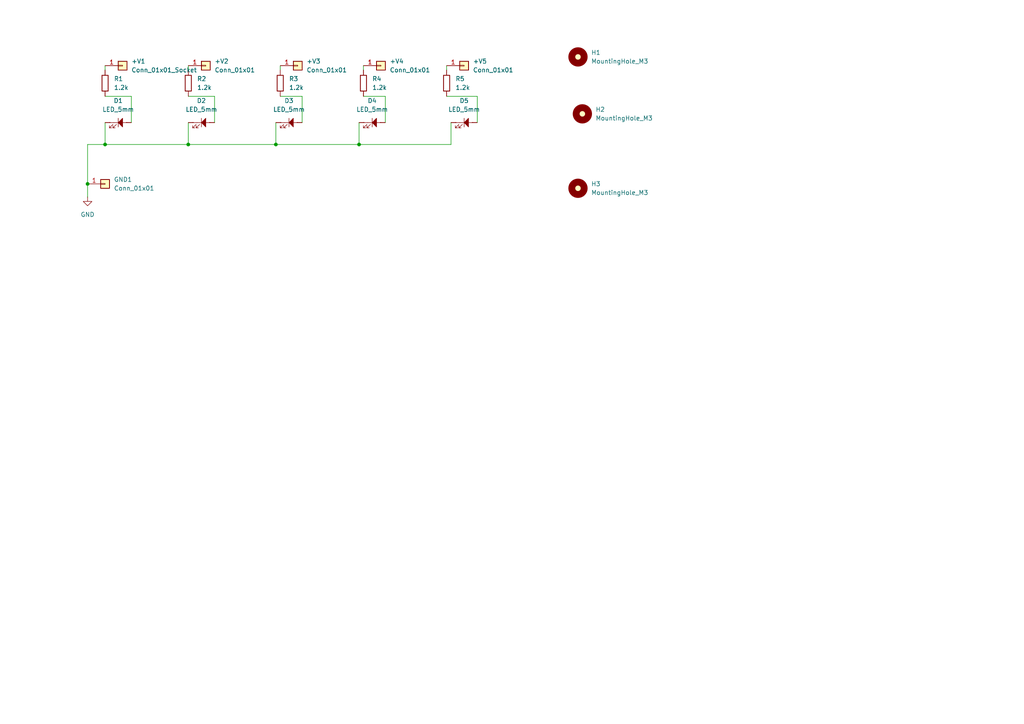
<source format=kicad_sch>
(kicad_sch (version 20250114) (generator "eeschema") (generator_version "9.0")
  (paper "A4")
  (lib_symbols
    (symbol "Connector_Generic:Conn_01x01" (pin_names (offset 1.016) (hide yes))
      (property "Reference" "J" (at 0 2.54 0))
      (property "Value" "Conn_01x01" (at 0 -2.54 0))
      (symbol "Conn_01x01_1_1"
        (rectangle (start -1.27 1.27) (end 1.27 -1.27) (stroke (width 0.254)) (fill (type background)))
        (rectangle (start -1.27 0.127) (end 0 -0.127) (stroke (width 0.1524)))
        (pin passive line (at -5.08 0 0) (length 3.81) (name "Pin_1") (number "1"))
      )
    )
    (symbol "PCM_SL_Devices:LED_5mm"
      (property "Reference" "D" (at -0.508 5.334 0))
      (property "Value" "LED_5mm" (at -0.508 2.794 0))
      (symbol "LED_5mm_0_1"
        (polyline (pts (xy -1.27 0) (xy -2.54 0)))
        (polyline (pts (xy 0 1.27) (xy 0 -1.27)))
        (polyline (pts (xy 0 0) (xy -1.27 -1.27) (xy -1.27 1.27) (xy 0 0) (xy 1.27 0)) (fill (type outline)))
        (polyline (pts (xy 0.508 0.508) (xy 1.524 1.524)))
        (polyline (pts (xy 1.27 0) (xy 2.54 0)))
        (polyline (pts (xy 1.524 1.524) (xy 0.889 1.524)))
        (polyline (pts (xy 1.524 1.524) (xy 1.524 0.889)))
        (polyline (pts (xy 1.524 0.508) (xy 2.54 1.524)))
        (polyline (pts (xy 2.54 1.524) (xy 1.905 1.524)))
        (polyline (pts (xy 2.54 1.524) (xy 2.54 0.889)))
      )
      (symbol "LED_5mm_1_1"
        (pin passive line (at -3.81 0 0) (length 1.5) (name "") (number "2"))
        (pin passive line (at 3.81 0 180) (length 1.5) (name "~") (number "1"))
      )
    )
    (symbol "PCM_SL_Mechanical:MountingHole_M3"
      (property "Reference" "H" (at 0 7.62 0))
      (property "Value" "MountingHole_M3" (at 0 5.08 0))
      (symbol "MountingHole_M3_0_1"
        (circle (center 0 0) (radius 1.27) (fill (type background)))
        (circle (center 0 0) (radius 1.7961) (stroke (width 2)))
      )
    )
    (symbol "PCM_SL_Resistors:1.2k"
      (property "Reference" "R" (at 0 5.08 0))
      (property "Value" "1.2k" (at 0 2.54 0))
      (symbol "1.2k_0_1"
        (rectangle (start -2.286 0.889) (end 2.286 -0.889) (stroke (width 0.24)))
      )
      (symbol "1.2k_1_1"
        (pin passive line (at -3.81 0 0) (length 1.5) (name "") (number "1"))
        (pin passive line (at 3.81 0 180) (length 1.5) (name "~") (number "2"))
      )
    )
    (symbol "power:GND" (power) (pin_numbers (hide yes)) (pin_names (offset 0) (hide yes))
      (property "Value" "GND" (at 0 -3.81 0))
      (symbol "GND_0_1"
        (polyline (pts (xy 0 0) (xy 0 -1.27) (xy 1.27 -1.27) (xy 0 -2.54) (xy -1.27 -1.27) (xy 0 -1.27)))
      )
      (symbol "GND_1_1"
        (pin power_in line (at 0 0 270) (length 0) (name "~") (number "1"))
      )
    )
  )
  (junction (at 30.48 41.91))
  (junction (at 54.61 41.91))
  (junction (at 80.01 41.91))
  (junction (at 25.4 53.34))
  (junction (at 104.14 41.91))
  (wire (pts (xy 38.1 27.94) (xy 38.1 35.56)))
  (wire (pts (xy 87.63 35.56) (xy 87.63 27.94)))
  (wire (pts (xy 62.23 27.94) (xy 62.23 35.56)))
  (wire (pts (xy 105.41 19.05) (xy 105.41 20.32)))
  (wire (pts (xy 81.28 27.94) (xy 87.63 27.94)))
  (wire (pts (xy 129.54 27.94) (xy 138.43 27.94)))
  (wire (pts (xy 138.43 27.94) (xy 138.43 35.56)))
  (wire (pts (xy 30.48 27.94) (xy 38.1 27.94)))
  (wire (pts (xy 130.81 35.56) (xy 130.81 41.91)))
  (wire (pts (xy 81.28 19.05) (xy 81.28 20.32)))
  (wire (pts (xy 130.81 41.91) (xy 104.14 41.91)))
  (wire (pts (xy 54.61 35.56) (xy 54.61 41.91)))
  (wire (pts (xy 54.61 19.05) (xy 54.61 20.32)))
  (wire (pts (xy 54.61 41.91) (xy 30.48 41.91)))
  (wire (pts (xy 80.01 35.56) (xy 80.01 41.91)))
  (wire (pts (xy 30.48 35.56) (xy 30.48 41.91)))
  (wire (pts (xy 25.4 41.91) (xy 25.4 53.34)))
  (wire (pts (xy 25.4 57.15) (xy 25.4 53.34)))
  (wire (pts (xy 30.48 41.91) (xy 25.4 41.91)))
  (wire (pts (xy 111.76 27.94) (xy 111.76 35.56)))
  (wire (pts (xy 104.14 35.56) (xy 104.14 41.91)))
  (wire (pts (xy 54.61 27.94) (xy 62.23 27.94)))
  (wire (pts (xy 30.48 19.05) (xy 30.48 20.32)))
  (wire (pts (xy 129.54 19.05) (xy 129.54 20.32)))
  (wire (pts (xy 80.01 41.91) (xy 54.61 41.91)))
  (wire (pts (xy 105.41 27.94) (xy 111.76 27.94)))
  (wire (pts (xy 80.01 41.91) (xy 104.14 41.91)))
  (symbol (lib_id "Connector_Generic:Conn_01x01") (at 134.62 19.05 0) (unit 1)
    (property "Reference" "+V5" (at 137.16 17.7799 0) (effects (justify left)))
    (property "Value" "Conn_01x01" (at 137.16 20.3199 0) (effects (justify left)))
    (property "Footprint" "Connector_Wire:SolderWire-1.5sqmm_1x01_D1.7mm_OD3.9mm" (effects (hide yes)))
    (property "Description" "Generic connector, single row, 01x01, script generated (kicad-library-utils/schlib/autogen/connector/)" (effects (hide yes)))
  )
  (symbol (lib_id "power:GND") (at 25.4 57.15 0) (unit 1)
    (property "Reference" "#PWR01" (effects (hide yes)))
    (property "Value" "GND" (at 25.4 62.23 0))
    (property "Description" "Power symbol creates a global label with name \"GND\" , ground" (effects (hide yes)))
  )
  (symbol (lib_id "PCM_SL_Resistors:1.2k") (at 54.61 24.13 90) (unit 1)
    (property "Reference" "R2" (at 57.15 22.8599 90) (effects (justify right)))
    (property "Value" "1.2k" (at 57.15 25.3999 90) (effects (justify right)))
    (property "Footprint" "Resistor_THT:R_Axial_DIN0207_L6.3mm_D2.5mm_P10.16mm_Horizontal" (effects (hide yes)))
    (property "Description" "1.2kΩ, 1/4W Resistor" (effects (hide yes)))
  )
  (symbol (lib_id "Connector_Generic:Conn_01x01") (at 35.56 19.05 0) (unit 1)
    (property "Reference" "+V1" (at 38.1 17.7799 0) (effects (justify left)))
    (property "Value" "Conn_01x01_Socket" (at 38.1 20.3199 0) (effects (justify left)))
    (property "Footprint" "Connector_Wire:SolderWire-1.5sqmm_1x01_D1.7mm_OD3.9mm" (effects (hide yes)))
    (property "Description" "Generic connector, single row, 01x01, script generated (kicad-library-utils/schlib/autogen/connector/)" (effects (hide yes)))
  )
  (symbol (lib_id "PCM_SL_Devices:LED_5mm") (at 107.95 35.56 180) (unit 1)
    (property "Reference" "D4" (at 107.95 29.21 0))
    (property "Value" "LED_5mm" (at 107.95 31.75 0))
    (property "Footprint" "LED_THT:LED_D5.0mm" (effects (hide yes)))
    (property "Description" "Common 5mm diameter LED" (effects (hide yes)))
  )
  (symbol (lib_id "PCM_SL_Resistors:1.2k") (at 81.28 24.13 90) (unit 1)
    (property "Reference" "R3" (at 83.82 22.8599 90) (effects (justify right)))
    (property "Value" "1.2k" (at 83.82 25.3999 90) (effects (justify right)))
    (property "Footprint" "Resistor_THT:R_Axial_DIN0207_L6.3mm_D2.5mm_P10.16mm_Horizontal" (effects (hide yes)))
    (property "Description" "1.2kΩ, 1/4W Resistor" (effects (hide yes)))
  )
  (symbol (lib_id "PCM_SL_Devices:LED_5mm") (at 58.42 35.56 180) (unit 1)
    (property "Reference" "D2" (at 58.42 29.21 0))
    (property "Value" "LED_5mm" (at 58.42 31.75 0))
    (property "Footprint" "LED_THT:LED_D5.0mm" (effects (hide yes)))
    (property "Description" "Common 5mm diameter LED" (effects (hide yes)))
  )
  (symbol (lib_id "Connector_Generic:Conn_01x01") (at 110.49 19.05 0) (unit 1)
    (property "Reference" "+V4" (at 113.03 17.7799 0) (effects (justify left)))
    (property "Value" "Conn_01x01" (at 113.03 20.3199 0) (effects (justify left)))
    (property "Footprint" "Connector_Wire:SolderWire-1.5sqmm_1x01_D1.7mm_OD3.9mm" (effects (hide yes)))
    (property "Description" "Generic connector, single row, 01x01, script generated (kicad-library-utils/schlib/autogen/connector/)" (effects (hide yes)))
  )
  (symbol (lib_id "Connector_Generic:Conn_01x01") (at 30.48 53.34 0) (unit 1)
    (property "Reference" "GND1" (at 33.02 52.0699 0) (effects (justify left)))
    (property "Value" "Conn_01x01" (at 33.02 54.6099 0) (effects (justify left)))
    (property "Footprint" "Connector_Wire:SolderWire-1.5sqmm_1x01_D1.7mm_OD3.9mm" (effects (hide yes)))
    (property "Description" "Generic connector, single row, 01x01, script generated (kicad-library-utils/schlib/autogen/connector/)" (effects (hide yes)))
  )
  (symbol (lib_id "PCM_SL_Devices:LED_5mm") (at 134.62 35.56 180) (unit 1)
    (property "Reference" "D5" (at 134.62 29.21 0))
    (property "Value" "LED_5mm" (at 134.62 31.75 0))
    (property "Footprint" "LED_THT:LED_D5.0mm" (effects (hide yes)))
    (property "Description" "Common 5mm diameter LED" (effects (hide yes)))
  )
  (symbol (lib_id "Connector_Generic:Conn_01x01") (at 86.36 19.05 0) (unit 1)
    (property "Reference" "+V3" (at 88.9 17.7799 0) (effects (justify left)))
    (property "Value" "Conn_01x01" (at 88.9 20.3199 0) (effects (justify left)))
    (property "Footprint" "Connector_Wire:SolderWire-1.5sqmm_1x01_D1.7mm_OD3.9mm" (effects (hide yes)))
    (property "Description" "Generic connector, single row, 01x01, script generated (kicad-library-utils/schlib/autogen/connector/)" (effects (hide yes)))
  )
  (symbol (lib_id "PCM_SL_Mechanical:MountingHole_M3") (at 168.91 33.02 0) (unit 1)
    (property "Reference" "H2" (at 172.72 31.7499 0) (effects (justify left)))
    (property "Value" "MountingHole_M3" (at 172.72 34.2899 0) (effects (justify left)))
    (property "Footprint" "MountingHole:MountingHole_3.2mm_M3" (effects (hide yes)))
    (property "Description" "3.2mm Diameter Mounting Hole (M3)" (effects (hide yes)))
  )
  (symbol (lib_id "PCM_SL_Devices:LED_5mm") (at 34.29 35.56 180) (unit 1)
    (property "Reference" "D1" (at 34.29 29.21 0))
    (property "Value" "LED_5mm" (at 34.29 31.75 0))
    (property "Footprint" "LED_THT:LED_D5.0mm" (effects (hide yes)))
    (property "Description" "Common 5mm diameter LED" (effects (hide yes)))
  )
  (symbol (lib_id "PCM_SL_Resistors:1.2k") (at 105.41 24.13 90) (unit 1)
    (property "Reference" "R4" (at 107.95 22.8599 90) (effects (justify right)))
    (property "Value" "1.2k" (at 107.95 25.3999 90) (effects (justify right)))
    (property "Footprint" "Resistor_THT:R_Axial_DIN0207_L6.3mm_D2.5mm_P10.16mm_Horizontal" (effects (hide yes)))
    (property "Description" "1.2kΩ, 1/4W Resistor" (effects (hide yes)))
  )
  (symbol (lib_id "PCM_SL_Mechanical:MountingHole_M3") (at 167.64 54.61 0) (unit 1)
    (property "Reference" "H3" (at 171.45 53.3399 0) (effects (justify left)))
    (property "Value" "MountingHole_M3" (at 171.45 55.8799 0) (effects (justify left)))
    (property "Footprint" "MountingHole:MountingHole_3.2mm_M3" (effects (hide yes)))
    (property "Description" "3.2mm Diameter Mounting Hole (M3)" (effects (hide yes)))
  )
  (symbol (lib_id "Connector_Generic:Conn_01x01") (at 59.69 19.05 0) (unit 1)
    (property "Reference" "+V2" (at 62.23 17.7799 0) (effects (justify left)))
    (property "Value" "Conn_01x01" (at 62.23 20.3199 0) (effects (justify left)))
    (property "Footprint" "Connector_Wire:SolderWire-1.5sqmm_1x01_D1.7mm_OD3.9mm" (effects (hide yes)))
    (property "Description" "Generic connector, single row, 01x01, script generated (kicad-library-utils/schlib/autogen/connector/)" (effects (hide yes)))
  )
  (symbol (lib_id "PCM_SL_Resistors:1.2k") (at 30.48 24.13 90) (unit 1)
    (property "Reference" "R1" (at 33.02 22.8599 90) (effects (justify right)))
    (property "Value" "1.2k" (at 33.02 25.3999 90) (effects (justify right)))
    (property "Footprint" "Resistor_THT:R_Axial_DIN0207_L6.3mm_D2.5mm_P10.16mm_Horizontal" (effects (hide yes)))
    (property "Description" "1.2kΩ, 1/4W Resistor" (effects (hide yes)))
  )
  (symbol (lib_id "PCM_SL_Mechanical:MountingHole_M3") (at 167.64 16.51 0) (unit 1)
    (property "Reference" "H1" (at 171.45 15.2399 0) (effects (justify left)))
    (property "Value" "MountingHole_M3" (at 171.45 17.7799 0) (effects (justify left)))
    (property "Footprint" "MountingHole:MountingHole_3.2mm_M3" (effects (hide yes)))
    (property "Description" "3.2mm Diameter Mounting Hole (M3)" (effects (hide yes)))
  )
  (symbol (lib_id "PCM_SL_Resistors:1.2k") (at 129.54 24.13 90) (unit 1)
    (property "Reference" "R5" (at 132.08 22.8599 90) (effects (justify right)))
    (property "Value" "1.2k" (at 132.08 25.3999 90) (effects (justify right)))
    (property "Footprint" "Resistor_THT:R_Axial_DIN0207_L6.3mm_D2.5mm_P10.16mm_Horizontal" (effects (hide yes)))
    (property "Description" "1.2kΩ, 1/4W Resistor" (effects (hide yes)))
  )
  (symbol (lib_id "PCM_SL_Devices:LED_5mm") (at 83.82 35.56 180) (unit 1)
    (property "Reference" "D3" (at 83.82 29.21 0))
    (property "Value" "LED_5mm" (at 83.82 31.75 0))
    (property "Footprint" "LED_THT:LED_D5.0mm" (effects (hide yes)))
    (property "Description" "Common 5mm diameter LED" (effects (hide yes)))
  )
)
</source>
